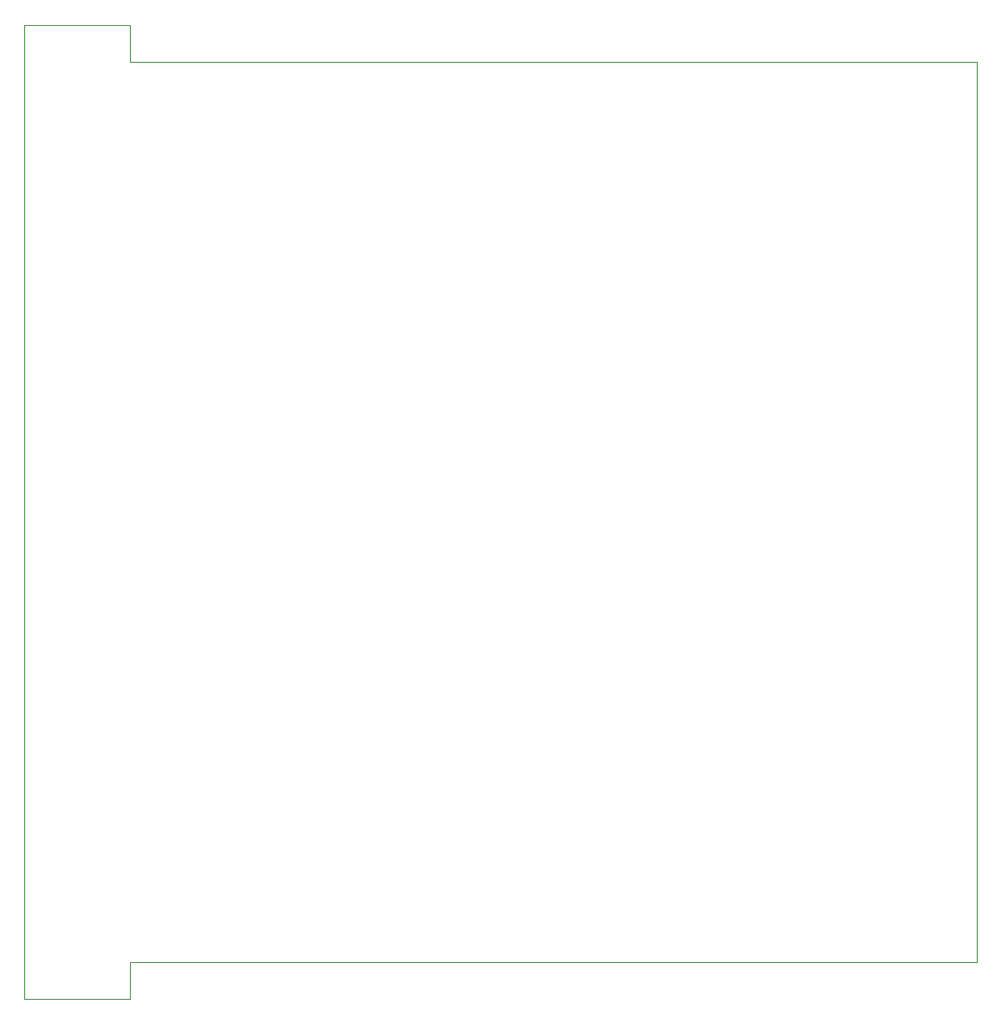
<source format=gbr>
%TF.GenerationSoftware,KiCad,Pcbnew,7.0.5-7.0.5~ubuntu22.04.1*%
%TF.CreationDate,2023-06-12T13:20:56+02:00*%
%TF.ProjectId,OBC_L476RG,4f42435f-4c34-4373-9652-472e6b696361,rev?*%
%TF.SameCoordinates,Original*%
%TF.FileFunction,Profile,NP*%
%FSLAX46Y46*%
G04 Gerber Fmt 4.6, Leading zero omitted, Abs format (unit mm)*
G04 Created by KiCad (PCBNEW 7.0.5-7.0.5~ubuntu22.04.1) date 2023-06-12 13:20:56*
%MOMM*%
%LPD*%
G01*
G04 APERTURE LIST*
%TA.AperFunction,Profile*%
%ADD10C,0.100000*%
%TD*%
G04 APERTURE END LIST*
D10*
X151478000Y-131146000D02*
X231478000Y-131146000D01*
X141478000Y-134646000D02*
X151478000Y-134646000D01*
X231478000Y-131146000D02*
X231478000Y-46146000D01*
X141478000Y-42646000D02*
X151478000Y-42646000D01*
X151478000Y-46146000D02*
X231478000Y-46146000D01*
X151478000Y-131146000D02*
X151478000Y-134646000D01*
X141478000Y-134646000D02*
X141478000Y-42646000D01*
X151478000Y-42646000D02*
X151478000Y-46146000D01*
M02*

</source>
